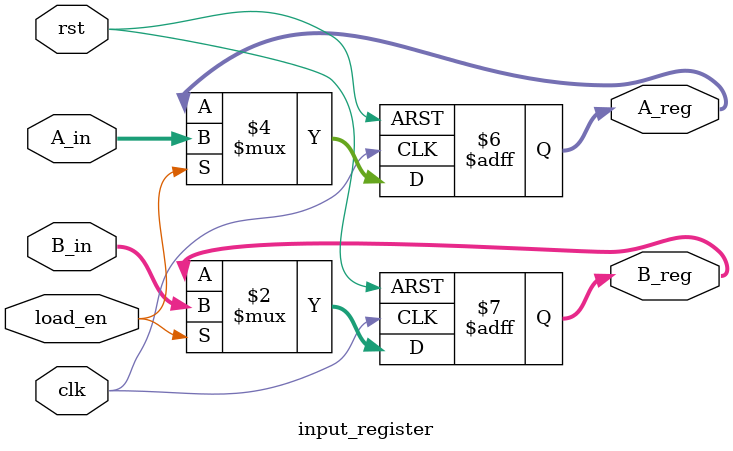
<source format=v>
module input_register (
    input clk,
    input rst,
    input load_en,
    input [3:0] A_in,
    input [3:0] B_in,
    output reg [3:0] A_reg,
    output reg [3:0] B_reg
);

always @(posedge clk or posedge rst) begin
    if (rst) begin
        A_reg <= 4'd0;
        B_reg <= 4'd0;
    end
    else if (load_en) begin
        A_reg <= A_in;
        B_reg <= B_in;
    end
end

endmodule

</source>
